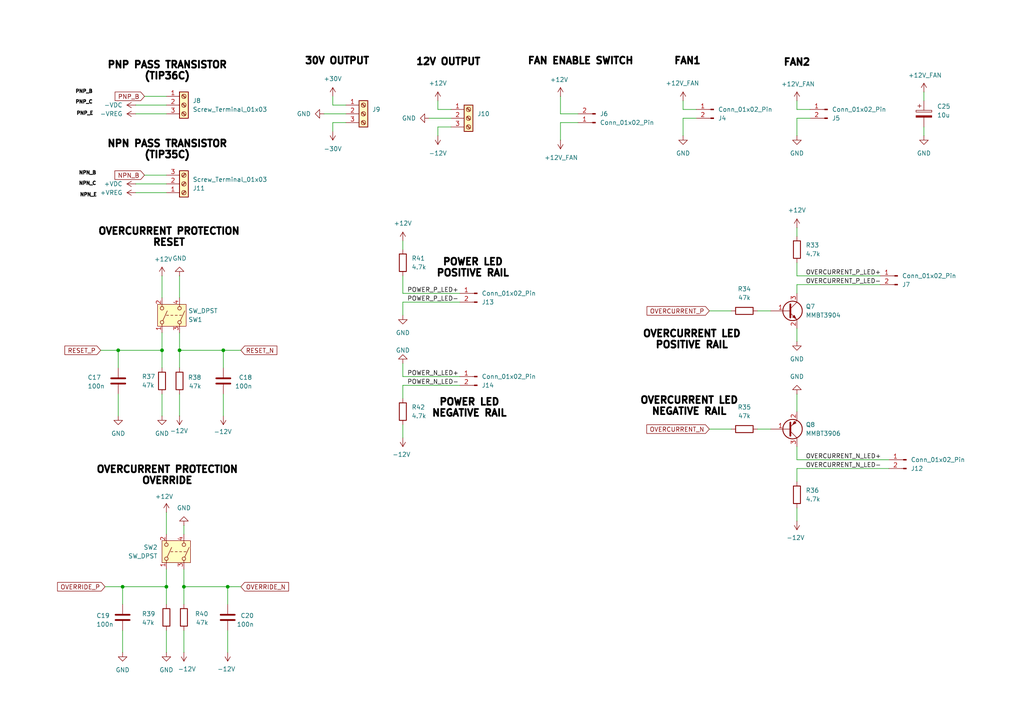
<source format=kicad_sch>
(kicad_sch (version 20231120) (generator "eeschema") (generator_version "8.0")
  (paper "A4")
  (title_block (title "Input output - 1"))
  (lib_symbols
    (symbol "Connector:Conn_01x02_Pin" (pin_names (offset 1.016) hide)
      (property "Reference" "J" (at 0 2.54 0))
      (property "Value" "Conn_01x02_Pin" (at 0 -5.08 0))
      (symbol "Conn_01x02_Pin_1_1"
        (polyline (pts (xy 1.27 -2.54) (xy 0.8636 -2.54)) (stroke (width 0.1524)))
        (polyline (pts (xy 1.27 0) (xy 0.8636 0)) (stroke (width 0.1524)))
        (rectangle (start 0.8636 -2.413) (end 0 -2.667) (stroke (width 0.1524)) (fill (type outline)))
        (rectangle (start 0.8636 0.127) (end 0 -0.127) (stroke (width 0.1524)) (fill (type outline)))
        (pin passive line (at 5.08 0 180) (length 3.81) (name "Pin_1") (number "1"))
        (pin passive line (at 5.08 -2.54 180) (length 3.81) (name "Pin_2") (number "2"))
      )
    )
    (symbol "Connector:Screw_Terminal_01x03" (pin_names (offset 1.016) hide)
      (property "Reference" "J" (at 0 5.08 0))
      (property "Value" "Screw_Terminal_01x03" (at 0 -5.08 0))
      (symbol "Screw_Terminal_01x03_1_1"
        (rectangle (start -1.27 3.81) (end 1.27 -3.81) (stroke (width 0.254)) (fill (type background)))
        (circle (center 0 -2.54) (radius 0.635) (stroke (width 0.1524)))
        (polyline (pts (xy -0.5334 -2.2098) (xy 0.3302 -3.048)) (stroke (width 0.1524)))
        (polyline (pts (xy -0.5334 0.3302) (xy 0.3302 -0.508)) (stroke (width 0.1524)))
        (polyline (pts (xy -0.5334 2.8702) (xy 0.3302 2.032)) (stroke (width 0.1524)))
        (polyline (pts (xy -0.3556 -2.032) (xy 0.508 -2.8702)) (stroke (width 0.1524)))
        (polyline (pts (xy -0.3556 0.508) (xy 0.508 -0.3302)) (stroke (width 0.1524)))
        (polyline (pts (xy -0.3556 3.048) (xy 0.508 2.2098)) (stroke (width 0.1524)))
        (circle (center 0 0) (radius 0.635) (stroke (width 0.1524)))
        (circle (center 0 2.54) (radius 0.635) (stroke (width 0.1524)))
        (pin passive line (at -5.08 2.54 0) (length 3.81) (name "Pin_1") (number "1"))
        (pin passive line (at -5.08 0 0) (length 3.81) (name "Pin_2") (number "2"))
        (pin passive line (at -5.08 -2.54 0) (length 3.81) (name "Pin_3") (number "3"))
      )
    )
    (symbol "Device:C" (pin_numbers hide) (pin_names (offset 0.254))
      (property "Reference" "C" (at 0.635 2.54 0))
      (property "Value" "C" (at 0.635 -2.54 0))
      (symbol "C_0_1"
        (polyline (pts (xy -2.032 -0.762) (xy 2.032 -0.762)) (stroke (width 0.508)))
        (polyline (pts (xy -2.032 0.762) (xy 2.032 0.762)) (stroke (width 0.508)))
      )
      (symbol "C_1_1"
        (pin passive line (at 0 3.81 270) (length 2.794) (name "~") (number "1"))
        (pin passive line (at 0 -3.81 90) (length 2.794) (name "~") (number "2"))
      )
    )
    (symbol "Device:C_Polarized" (pin_numbers hide) (pin_names (offset 0.254))
      (property "Reference" "C" (at 0.635 2.54 0))
      (property "Value" "C_Polarized" (at 0.635 -2.54 0))
      (symbol "C_Polarized_0_1"
        (rectangle (start -2.286 0.508) (end 2.286 1.016))
        (polyline (pts (xy -1.778 2.286) (xy -0.762 2.286)))
        (polyline (pts (xy -1.27 2.794) (xy -1.27 1.778)))
        (rectangle (start 2.286 -0.508) (end -2.286 -1.016) (fill (type outline)))
      )
      (symbol "C_Polarized_1_1"
        (pin passive line (at 0 3.81 270) (length 2.794) (name "~") (number "1"))
        (pin passive line (at 0 -3.81 90) (length 2.794) (name "~") (number "2"))
      )
    )
    (symbol "Device:R" (pin_numbers hide) (pin_names (offset 0))
      (property "Reference" "R" (at 2.032 0 90))
      (property "Value" "R" (at 0 0 90))
      (symbol "R_0_1"
        (rectangle (start -1.016 -2.54) (end 1.016 2.54) (stroke (width 0.254)))
      )
      (symbol "R_1_1"
        (pin passive line (at 0 3.81 270) (length 1.27) (name "~") (number "1"))
        (pin passive line (at 0 -3.81 90) (length 1.27) (name "~") (number "2"))
      )
    )
    (symbol "Switch:SW_DPST" (pin_names (offset 0) hide)
      (property "Reference" "SW" (at 0 6.35 0))
      (property "Value" "SW_DPST" (at 0 -5.08 0))
      (symbol "SW_DPST_0_0"
        (circle (center -2.032 -2.54) (radius 0.508))
        (circle (center -2.032 2.54) (radius 0.508))
        (polyline (pts (xy -1.524 -2.286) (xy 1.27 -1.016)))
        (polyline (pts (xy -1.524 2.794) (xy 1.27 4.064)))
        (polyline (pts (xy 0 -1.27) (xy 0 -0.635)))
        (polyline (pts (xy 0 0) (xy 0 0.635)))
        (polyline (pts (xy 0 1.27) (xy 0 1.905)))
        (polyline (pts (xy 0 2.54) (xy 0 3.175)))
        (circle (center 2.032 -2.54) (radius 0.508))
        (circle (center 2.032 2.54) (radius 0.508))
      )
      (symbol "SW_DPST_1_1"
        (rectangle (start -3.175 4.445) (end 3.175 -3.81) (fill (type background)))
        (pin passive line (at -5.08 -2.54 0) (length 2.54) (name "1") (number "1"))
        (pin passive line (at 5.08 -2.54 180) (length 2.54) (name "2") (number "2"))
        (pin passive line (at -5.08 2.54 0) (length 2.54) (name "3") (number "3"))
        (pin passive line (at 5.08 2.54 180) (length 2.54) (name "4") (number "4"))
      )
    )
    (symbol "Transistor_BJT:MMBT3904" (pin_names (offset 0) hide)
      (property "Reference" "Q" (at 5.08 1.905 0))
      (property "Value" "MMBT3904" (at 5.08 0 0))
      (symbol "MMBT3904_0_1"
        (polyline (pts (xy 0.635 0.635) (xy 2.54 2.54)))
        (polyline (pts (xy 0.635 -0.635) (xy 2.54 -2.54) (xy 2.54 -2.54)))
        (polyline (pts (xy 0.635 1.905) (xy 0.635 -1.905) (xy 0.635 -1.905)) (stroke (width 0.508)))
        (polyline (pts (xy 1.27 -1.778) (xy 1.778 -1.27) (xy 2.286 -2.286) (xy 1.27 -1.778) (xy 1.27 -1.778)) (fill (type outline)))
        (circle (center 1.27 0) (radius 2.8194) (stroke (width 0.254)))
      )
      (symbol "MMBT3904_1_1"
        (pin input line (at -5.08 0 0) (length 5.715) (name "B") (number "1"))
        (pin passive line (at 2.54 -5.08 90) (length 2.54) (name "E") (number "2"))
        (pin passive line (at 2.54 5.08 270) (length 2.54) (name "C") (number "3"))
      )
    )
    (symbol "Transistor_BJT:MMBT3906" (pin_names (offset 0) hide)
      (property "Reference" "Q" (at 5.08 1.905 0))
      (property "Value" "MMBT3906" (at 5.08 0 0))
      (symbol "MMBT3906_0_1"
        (polyline (pts (xy 0.635 0.635) (xy 2.54 2.54)))
        (polyline (pts (xy 0.635 -0.635) (xy 2.54 -2.54) (xy 2.54 -2.54)))
        (polyline (pts (xy 0.635 1.905) (xy 0.635 -1.905) (xy 0.635 -1.905)) (stroke (width 0.508)))
        (polyline (pts (xy 2.286 -1.778) (xy 1.778 -2.286) (xy 1.27 -1.27) (xy 2.286 -1.778) (xy 2.286 -1.778)) (fill (type outline)))
        (circle (center 1.27 0) (radius 2.8194) (stroke (width 0.254)))
      )
      (symbol "MMBT3906_1_1"
        (pin input line (at -5.08 0 0) (length 5.715) (name "B") (number "1"))
        (pin passive line (at 2.54 -5.08 90) (length 2.54) (name "E") (number "2"))
        (pin passive line (at 2.54 5.08 270) (length 2.54) (name "C") (number "3"))
      )
    )
    (symbol "power:+12L" (power) (pin_numbers hide) (pin_names (offset 0) hide)
      (property "Value" "+12L" (at 0 3.556 0))
      (symbol "+12L_0_1"
        (polyline (pts (xy -0.762 1.27) (xy 0 2.54)))
        (polyline (pts (xy 0 0) (xy 0 2.54)))
        (polyline (pts (xy 0 2.54) (xy 0.762 1.27)))
      )
      (symbol "+12L_1_1"
        (pin power_in line (at 0 0 90) (length 0) (name "~") (number "1"))
      )
    )
    (symbol "power:GND" (power) (pin_numbers hide) (pin_names (offset 0) hide)
      (property "Value" "GND" (at 0 -3.81 0))
      (symbol "GND_0_1"
        (polyline (pts (xy 0 0) (xy 0 -1.27) (xy 1.27 -1.27) (xy 0 -2.54) (xy -1.27 -1.27) (xy 0 -1.27)))
      )
      (symbol "GND_1_1"
        (pin power_in line (at 0 0 270) (length 0) (name "~") (number "1"))
      )
    )
  )
  (junction (at 66.04 170.18))
  (junction (at 53.34 170.18))
  (junction (at 34.29 101.6))
  (junction (at 46.99 101.6))
  (junction (at 35.56 170.18))
  (junction (at 52.07 101.6))
  (junction (at 48.26 170.18))
  (junction (at 64.77 101.6))
  (wire (pts (xy 100.33 35.56) (xy 96.52 35.56)))
  (wire (pts (xy 53.34 165.1) (xy 53.34 170.18)))
  (wire (pts (xy 46.99 96.52) (xy 46.99 101.6)))
  (wire (pts (xy 64.77 101.6) (xy 52.07 101.6)))
  (wire (pts (xy 48.26 148.59) (xy 48.26 154.94)))
  (wire (pts (xy 34.29 101.6) (xy 29.21 101.6)))
  (wire (pts (xy 52.07 114.3) (xy 52.07 120.65)))
  (wire (pts (xy 219.71 90.17) (xy 223.52 90.17)))
  (wire (pts (xy 116.84 80.01) (xy 116.84 85.09)))
  (wire (pts (xy 64.77 106.68) (xy 64.77 101.6)))
  (wire (pts (xy 127 36.83) (xy 127 39.37)))
  (wire (pts (xy 116.84 87.63) (xy 133.35 87.63)))
  (wire (pts (xy 116.84 91.44) (xy 116.84 87.63)))
  (wire (pts (xy 219.71 124.46) (xy 223.52 124.46)))
  (wire (pts (xy 66.04 170.18) (xy 69.85 170.18)))
  (wire (pts (xy 96.52 35.56) (xy 96.52 38.1)))
  (wire (pts (xy 234.95 34.29) (xy 231.14 34.29)))
  (wire (pts (xy 48.26 170.18) (xy 48.26 175.26)))
  (wire (pts (xy 116.84 109.22) (xy 133.35 109.22)))
  (wire (pts (xy 116.84 69.85) (xy 116.84 72.39)))
  (wire (pts (xy 205.74 124.46) (xy 212.09 124.46)))
  (wire (pts (xy 130.81 36.83) (xy 127 36.83)))
  (wire (pts (xy 93.98 33.02) (xy 100.33 33.02)))
  (wire (pts (xy 39.37 53.34) (xy 48.26 53.34)))
  (wire (pts (xy 231.14 66.04) (xy 231.14 68.58)))
  (wire (pts (xy 162.56 33.02) (xy 167.64 33.02)))
  (wire (pts (xy 257.81 135.89) (xy 231.14 135.89)))
  (wire (pts (xy 35.56 175.26) (xy 35.56 170.18)))
  (wire (pts (xy 48.26 165.1) (xy 48.26 170.18)))
  (wire (pts (xy 127 29.21) (xy 127 31.75)))
  (wire (pts (xy 34.29 106.68) (xy 34.29 101.6)))
  (wire (pts (xy 257.81 133.35) (xy 231.14 133.35)))
  (wire (pts (xy 66.04 175.26) (xy 66.04 170.18)))
  (wire (pts (xy 39.37 55.88) (xy 48.26 55.88)))
  (wire (pts (xy 41.91 27.94) (xy 48.26 27.94)))
  (wire (pts (xy 231.14 82.55) (xy 231.14 85.09)))
  (wire (pts (xy 198.12 29.21) (xy 198.12 31.75)))
  (wire (pts (xy 267.97 26.67) (xy 267.97 29.21)))
  (wire (pts (xy 52.07 101.6) (xy 52.07 106.68)))
  (wire (pts (xy 35.56 170.18) (xy 48.26 170.18)))
  (wire (pts (xy 162.56 40.64) (xy 162.56 35.56)))
  (wire (pts (xy 267.97 36.83) (xy 267.97 39.37)))
  (wire (pts (xy 39.37 33.02) (xy 48.26 33.02)))
  (wire (pts (xy 116.84 123.19) (xy 116.84 127)))
  (wire (pts (xy 46.99 101.6) (xy 46.99 106.68)))
  (wire (pts (xy 231.14 31.75) (xy 234.95 31.75)))
  (wire (pts (xy 255.27 82.55) (xy 231.14 82.55)))
  (wire (pts (xy 53.34 170.18) (xy 53.34 175.26)))
  (wire (pts (xy 124.46 34.29) (xy 130.81 34.29)))
  (wire (pts (xy 231.14 133.35) (xy 231.14 129.54)))
  (wire (pts (xy 53.34 170.18) (xy 66.04 170.18)))
  (wire (pts (xy 127 31.75) (xy 130.81 31.75)))
  (wire (pts (xy 205.74 90.17) (xy 212.09 90.17)))
  (wire (pts (xy 231.14 114.3) (xy 231.14 119.38)))
  (wire (pts (xy 46.99 80.01) (xy 46.99 86.36)))
  (wire (pts (xy 231.14 80.01) (xy 231.14 76.2)))
  (wire (pts (xy 116.84 111.76) (xy 116.84 115.57)))
  (wire (pts (xy 64.77 114.3) (xy 64.77 120.65)))
  (wire (pts (xy 231.14 147.32) (xy 231.14 151.13)))
  (wire (pts (xy 116.84 105.41) (xy 116.84 109.22)))
  (wire (pts (xy 231.14 34.29) (xy 231.14 39.37)))
  (wire (pts (xy 255.27 80.01) (xy 231.14 80.01)))
  (wire (pts (xy 116.84 85.09) (xy 133.35 85.09)))
  (wire (pts (xy 46.99 114.3) (xy 46.99 120.65)))
  (wire (pts (xy 52.07 80.01) (xy 52.07 86.36)))
  (wire (pts (xy 231.14 29.21) (xy 231.14 31.75)))
  (wire (pts (xy 96.52 27.94) (xy 96.52 30.48)))
  (wire (pts (xy 64.77 101.6) (xy 69.85 101.6)))
  (wire (pts (xy 39.37 30.48) (xy 48.26 30.48)))
  (wire (pts (xy 201.93 34.29) (xy 198.12 34.29)))
  (wire (pts (xy 162.56 27.94) (xy 162.56 33.02)))
  (wire (pts (xy 53.34 182.88) (xy 53.34 189.23)))
  (wire (pts (xy 133.35 111.76) (xy 116.84 111.76)))
  (wire (pts (xy 231.14 135.89) (xy 231.14 139.7)))
  (wire (pts (xy 53.34 152.4) (xy 53.34 154.94)))
  (wire (pts (xy 35.56 182.88) (xy 35.56 189.23)))
  (wire (pts (xy 198.12 34.29) (xy 198.12 39.37)))
  (wire (pts (xy 41.91 50.8) (xy 48.26 50.8)))
  (wire (pts (xy 66.04 182.88) (xy 66.04 189.23)))
  (wire (pts (xy 231.14 95.25) (xy 231.14 99.06)))
  (wire (pts (xy 30.48 170.18) (xy 35.56 170.18)))
  (wire (pts (xy 34.29 101.6) (xy 46.99 101.6)))
  (wire (pts (xy 52.07 96.52) (xy 52.07 101.6)))
  (wire (pts (xy 96.52 30.48) (xy 100.33 30.48)))
  (wire (pts (xy 198.12 31.75) (xy 201.93 31.75)))
  (wire (pts (xy 34.29 114.3) (xy 34.29 120.65)))
  (wire (pts (xy 48.26 182.88) (xy 48.26 189.23)))
  (wire (pts (xy 162.56 35.56) (xy 167.64 35.56)))
  (text "OVERCURRENT LED\nNEGATIVE RAIL\n" (at 199.898 117.856 0) (effects (font (size 2 2) (thickness 0.6) (bold yes))))
  (text "FAN2\n\n" (at 231.14 19.812 0) (effects (font (size 2 2) (thickness 0.6) (bold yes))))
  (text "NPN_C\n" (at 25.4 53.34 0) (effects (font (size 1 1) (thickness 0.6) (bold yes))))
  (text "PNP PASS TRANSISTOR\n(TIP36C)" (at 48.514 20.574 0) (effects (font (size 2 2) (thickness 0.6) (bold yes))))
  (text "FAN ENABLE SWITCH\n" (at 168.402 17.78 0) (effects (font (size 2 2) (thickness 0.6) (bold yes))))
  (text "30V OUTPUT\n" (at 97.79 17.78 0) (effects (font (size 2 2) (thickness 0.6) (bold yes))))
  (text "PNP_C\n" (at 24.384 29.718 0) (effects (font (size 1 1) (thickness 0.6) (bold yes))))
  (text "POWER LED\nNEGATIVE RAIL\n" (at 136.144 118.364 0) (effects (font (size 2 2) (thickness 0.6) (bold yes))))
  (text "OVERCURRENT PROTECTION\nRESET" (at 49.022 68.834 0) (effects (font (size 2 2) (thickness 0.6) (bold yes))))
  (text "POWER LED\nPOSITIVE RAIL\n" (at 137.16 77.724 0) (effects (font (size 2 2) (thickness 0.6) (bold yes))))
  (text "12V OUTPUT\n" (at 130.048 18.034 0) (effects (font (size 2 2) (thickness 0.6) (bold yes))))
  (text "NPN PASS TRANSISTOR\n(TIP35C)" (at 48.514 43.434 0) (effects (font (size 2 2) (thickness 0.6) (bold yes))))
  (text "OVERCURRENT PROTECTION\nOVERRIDE" (at 48.514 137.922 0) (effects (font (size 2 2) (thickness 0.6) (bold yes))))
  (text "PNP_E\n" (at 24.638 33.02 0) (effects (font (size 1 1) (thickness 0.6) (bold yes))))
  (text "PNP_B\n" (at 24.384 26.67 0) (effects (font (size 1 1) (thickness 0.6) (bold yes))))
  (text "OVERCURRENT LED\nPOSITIVE RAIL\n" (at 200.66 98.552 0) (effects (font (size 2 2) (thickness 0.6) (bold yes))))
  (text "FAN1\n" (at 199.39 17.78 0) (effects (font (size 2 2) (thickness 0.6) (bold yes))))
  (text "NPN_E\n" (at 25.654 56.642 0) (effects (font (size 1 1) (thickness 0.6) (bold yes))))
  (text "NPN_B\n" (at 25.4 50.292 0) (effects (font (size 1 1) (thickness 0.6) (bold yes))))
  (label "POWER_P_LED-" (at 118.11 87.63 0))
  (label "OVERCURRENT_N_LED+" (at 233.68 133.35 0))
  (label "POWER_N_LED-" (at 118.11 111.76 0))
  (label "OVERCURRENT_P_LED-" (at 233.68 82.55 0))
  (label "OVERCURRENT_P_LED+" (at 233.68 80.01 0))
  (label "POWER_N_LED+" (at 118.11 109.22 0))
  (label "POWER_P_LED+" (at 118.11 85.09 0))
  (label "OVERCURRENT_N_LED-" (at 233.68 135.89 0))
  (global_label "RESET_P" (shape input) (at 29.21 101.6 180) (property "Intersheetrefs" "${INTERSHEET_REFS}" (effects (hide yes))))
  (global_label "OVERCURRENT_N" (shape input) (at 205.74 124.46 180) (property "Intersheetrefs" "${INTERSHEET_REFS}" (effects (hide yes))))
  (global_label "RESET_N" (shape input) (at 69.85 101.6 0) (property "Intersheetrefs" "${INTERSHEET_REFS}" (effects (hide yes))))
  (global_label "OVERRIDE_N" (shape input) (at 69.85 170.18 0) (property "Intersheetrefs" "${INTERSHEET_REFS}" (effects (hide yes))))
  (global_label "OVERCURRENT_P" (shape input) (at 205.74 90.17 180) (property "Intersheetrefs" "${INTERSHEET_REFS}" (effects (hide yes))))
  (global_label "NPN_B" (shape input) (at 41.91 50.8 180) (property "Intersheetrefs" "${INTERSHEET_REFS}" (effects (hide yes))))
  (global_label "OVERRIDE_P" (shape input) (at 30.48 170.18 180) (property "Intersheetrefs" "${INTERSHEET_REFS}" (effects (hide yes))))
  (global_label "PNP_B" (shape input) (at 41.91 27.94 180) (property "Intersheetrefs" "${INTERSHEET_REFS}" (effects (hide yes))))
  (symbol (lib_id "Device:C_Polarized") (at 267.97 33.02 0) (unit 1)
    (property "Reference" "C25" (at 271.78 30.8609 0) (effects (justify left)))
    (property "Value" "10u" (at 271.78 33.4009 0) (effects (justify left)))
    (property "Footprint" "Capacitor_THT:CP_Radial_D4.0mm_P2.00mm" (effects (hide yes)))
    (property "Description" "Polarized capacitor" (effects (hide yes)))
  )
  (symbol (lib_id "Device:C") (at 64.77 110.49 0) (mirror y) (unit 1)
    (property "Reference" "C18" (at 73.152 109.474 0) (effects (justify left)))
    (property "Value" "100n" (at 73.152 112.014 0) (effects (justify left)))
    (property "Footprint" "Capacitor_THT:C_Rect_L7.0mm_W2.5mm_P5.00mm" (effects (hide yes)))
    (property "Description" "Unpolarized capacitor" (effects (hide yes)))
  )
  (symbol (lib_id "Connector:Conn_01x02_Pin") (at 240.03 31.75 0) (mirror y) (unit 1)
    (property "Reference" "J5" (at 241.3 34.2901 0) (effects (justify right)))
    (property "Value" "Conn_01x02_Pin" (at 241.3 31.7501 0) (effects (justify right)))
    (property "Footprint" "Connector_JST:JST_XH_B2B-XH-A_1x02_P2.50mm_Vertical" (effects (hide yes)))
    (property "Description" "Generic connector, single row, 01x02, script generated" (effects (hide yes)))
  )
  (symbol (lib_id "power:+12L") (at 48.26 148.59 0) (unit 1)
    (property "Reference" "#PWR050" (effects (hide yes)))
    (property "Value" "+12V" (at 44.958 144.018 0) (effects (justify left)))
    (property "Description" "Power symbol creates a global label with name \"+12L\"" (effects (hide yes)))
  )
  (symbol (lib_id "Device:R") (at 116.84 119.38 0) (unit 1)
    (property "Reference" "R42" (at 119.38 118.1099 0) (effects (justify left)))
    (property "Value" "4.7k" (at 119.38 120.6499 0) (effects (justify left)))
    (property "Footprint" "Resistor_THT:R_Axial_DIN0207_L6.3mm_D2.5mm_P10.16mm_Horizontal" (effects (hide yes)))
    (property "Description" "Resistor" (effects (hide yes)))
  )
  (symbol (lib_id "Connector:Screw_Terminal_01x03") (at 53.34 30.48 0) (unit 1)
    (property "Reference" "J8" (at 55.88 29.2099 0) (effects (justify left)))
    (property "Value" "Screw_Terminal_01x03" (at 55.88 31.7499 0) (effects (justify left)))
    (property "Footprint" "TerminalBlock_Phoenix:TerminalBlock_Phoenix_MKDS-1,5-3-5.08_1x03_P5.08mm_Horizontal" (effects (hide yes)))
    (property "Description" "Generic screw terminal, single row, 01x03, script generated (kicad-library-utils/schlib/autogen/connector/)" (effects (hide yes)))
  )
  (symbol (lib_id "Device:R") (at 53.34 179.07 0) (mirror y) (unit 1)
    (property "Reference" "R40" (at 60.452 178.054 0) (effects (justify left)))
    (property "Value" "47k" (at 60.452 180.594 0) (effects (justify left)))
    (property "Footprint" "Resistor_THT:R_Axial_DIN0207_L6.3mm_D2.5mm_P10.16mm_Horizontal" (effects (hide yes)))
    (property "Description" "Resistor" (effects (hide yes)))
  )
  (symbol (lib_id "power:+12L") (at 231.14 66.04 0) (unit 1)
    (property "Reference" "#PWR038" (effects (hide yes)))
    (property "Value" "+12V" (at 231.14 60.96 0))
    (property "Description" "Power symbol creates a global label with name \"+12L\"" (effects (hide yes)))
  )
  (symbol (lib_id "Device:C") (at 34.29 110.49 0) (unit 1)
    (property "Reference" "C17" (at 25.4 109.474 0) (effects (justify left)))
    (property "Value" "100n" (at 25.4 112.014 0) (effects (justify left)))
    (property "Footprint" "Capacitor_THT:C_Rect_L7.0mm_W2.5mm_P5.00mm" (effects (hide yes)))
    (property "Description" "Unpolarized capacitor" (effects (hide yes)))
  )
  (symbol (lib_id "Connector:Conn_01x02_Pin") (at 262.89 133.35 0) (mirror y) (unit 1)
    (property "Reference" "J12" (at 264.16 135.8901 0) (effects (justify right)))
    (property "Value" "Conn_01x02_Pin" (at 264.16 133.3501 0) (effects (justify right)))
    (property "Footprint" "Connector_JST:JST_XH_B2B-XH-A_1x02_P2.50mm_Vertical" (effects (hide yes)))
    (property "Description" "Generic connector, single row, 01x02, script generated" (effects (hide yes)))
  )
  (symbol (lib_id "power:+12L") (at 39.37 53.34 90) (unit 1)
    (property "Reference" "#PWR065" (effects (hide yes)))
    (property "Value" "+VDC" (at 35.56 53.3399 90) (effects (justify left)))
    (property "Description" "Power symbol creates a global label with name \"+12L\"" (effects (hide yes)))
  )
  (symbol (lib_id "power:GND") (at 231.14 39.37 0) (unit 1)
    (property "Reference" "#PWR036" (effects (hide yes)))
    (property "Value" "GND" (at 231.14 44.45 0))
    (property "Description" "Power symbol creates a global label with name \"GND\" , ground" (effects (hide yes)))
  )
  (symbol (lib_id "power:GND") (at 46.99 120.65 0) (unit 1)
    (property "Reference" "#PWR053" (effects (hide yes)))
    (property "Value" "GND" (at 46.99 125.73 0))
    (property "Description" "Power symbol creates a global label with name \"GND\" , ground" (effects (hide yes)))
  )
  (symbol (lib_id "Device:R") (at 46.99 110.49 0) (unit 1)
    (property "Reference" "R37" (at 41.148 109.22 0) (effects (justify left)))
    (property "Value" "47k" (at 41.148 111.76 0) (effects (justify left)))
    (property "Footprint" "Resistor_THT:R_Axial_DIN0207_L6.3mm_D2.5mm_P10.16mm_Horizontal" (effects (hide yes)))
    (property "Description" "Resistor" (effects (hide yes)))
  )
  (symbol (lib_id "Device:R") (at 215.9 124.46 90) (unit 1)
    (property "Reference" "R35" (at 215.9 118.11 90))
    (property "Value" "47k" (at 215.9 120.65 90))
    (property "Footprint" "Resistor_THT:R_Axial_DIN0207_L6.3mm_D2.5mm_P10.16mm_Horizontal" (effects (hide yes)))
    (property "Description" "Resistor" (effects (hide yes)))
  )
  (symbol (lib_id "power:+12L") (at 116.84 69.85 0) (unit 1)
    (property "Reference" "#PWR060" (effects (hide yes)))
    (property "Value" "+12V" (at 116.84 64.77 0))
    (property "Description" "Power symbol creates a global label with name \"+12L\"" (effects (hide yes)))
  )
  (symbol (lib_id "power:+12L") (at 39.37 55.88 90) (unit 1)
    (property "Reference" "#PWR066" (effects (hide yes)))
    (property "Value" "+VREG" (at 35.56 55.8799 90) (effects (justify left)))
    (property "Description" "Power symbol creates a global label with name \"+12L\"" (effects (hide yes)))
  )
  (symbol (lib_id "power:GND") (at 267.97 39.37 0) (unit 1)
    (property "Reference" "#PWR069" (effects (hide yes)))
    (property "Value" "GND" (at 267.97 44.45 0))
    (property "Description" "Power symbol creates a global label with name \"GND\" , ground" (effects (hide yes)))
  )
  (symbol (lib_id "Connector:Conn_01x02_Pin") (at 172.72 35.56 180) (unit 1)
    (property "Reference" "J6" (at 173.99 33.0199 0) (effects (justify right)))
    (property "Value" "Conn_01x02_Pin" (at 173.99 35.5599 0) (effects (justify right)))
    (property "Footprint" "Connector_JST:JST_XH_B2B-XH-A_1x02_P2.50mm_Vertical" (effects (hide yes)))
    (property "Description" "Generic connector, single row, 01x02, script generated" (effects (hide yes)))
  )
  (symbol (lib_id "power:+12L") (at 267.97 26.67 0) (unit 1)
    (property "Reference" "#PWR068" (effects (hide yes)))
    (property "Value" "+12V_FAN" (at 263.398 21.844 0) (effects (justify left)))
    (property "Description" "Power symbol creates a global label with name \"+12L\"" (effects (hide yes)))
  )
  (symbol (lib_id "power:GND") (at 48.26 189.23 0) (unit 1)
    (property "Reference" "#PWR057" (effects (hide yes)))
    (property "Value" "GND" (at 48.26 194.31 0))
    (property "Description" "Power symbol creates a global label with name \"GND\" , ground" (effects (hide yes)))
  )
  (symbol (lib_id "power:+12L") (at 39.37 30.48 90) (unit 1)
    (property "Reference" "#PWR064" (effects (hide yes)))
    (property "Value" "-VDC" (at 35.56 30.4799 90) (effects (justify left)))
    (property "Description" "Power symbol creates a global label with name \"+12L\"" (effects (hide yes)))
  )
  (symbol (lib_id "Connector:Screw_Terminal_01x03") (at 105.41 33.02 0) (unit 1)
    (property "Reference" "J9" (at 107.95 31.7499 0) (effects (justify left)))
    (property "Value" "Screw_Terminal_01x03" (effects (hide yes)))
    (property "Footprint" "TerminalBlock_Phoenix:TerminalBlock_Phoenix_MKDS-1,5-3-5.08_1x03_P5.08mm_Horizontal" (effects (hide yes)))
    (property "Description" "Generic screw terminal, single row, 01x03, script generated (kicad-library-utils/schlib/autogen/connector/)" (effects (hide yes)))
  )
  (symbol (lib_id "power:GND") (at 124.46 34.29 270) (unit 1)
    (property "Reference" "#PWR043" (effects (hide yes)))
    (property "Value" "GND" (at 120.65 34.2899 90) (effects (justify right)))
    (property "Description" "Power symbol creates a global label with name \"GND\" , ground" (effects (hide yes)))
  )
  (symbol (lib_id "Connector:Conn_01x02_Pin") (at 138.43 109.22 0) (mirror y) (unit 1)
    (property "Reference" "J14" (at 139.7 111.7601 0) (effects (justify right)))
    (property "Value" "Conn_01x02_Pin" (at 139.7 109.2201 0) (effects (justify right)))
    (property "Footprint" "Connector_JST:JST_XH_B2B-XH-A_1x02_P2.50mm_Vertical" (effects (hide yes)))
    (property "Description" "Generic connector, single row, 01x02, script generated" (effects (hide yes)))
  )
  (symbol (lib_id "power:GND") (at 231.14 114.3 180) (unit 1)
    (property "Reference" "#PWR046" (effects (hide yes)))
    (property "Value" "GND" (at 231.14 109.22 0))
    (property "Description" "Power symbol creates a global label with name \"GND\" , ground" (effects (hide yes)))
  )
  (symbol (lib_id "Device:R") (at 215.9 90.17 90) (unit 1)
    (property "Reference" "R34" (at 215.9 83.82 90))
    (property "Value" "47k" (at 215.9 86.36 90))
    (property "Footprint" "Resistor_THT:R_Axial_DIN0207_L6.3mm_D2.5mm_P10.16mm_Horizontal" (effects (hide yes)))
    (property "Description" "Resistor" (effects (hide yes)))
  )
  (symbol (lib_id "Device:R") (at 231.14 143.51 0) (unit 1)
    (property "Reference" "R36" (at 233.68 142.2399 0) (effects (justify left)))
    (property "Value" "4.7k" (at 233.68 144.7799 0) (effects (justify left)))
    (property "Footprint" "Resistor_THT:R_Axial_DIN0207_L6.3mm_D2.5mm_P10.16mm_Horizontal" (effects (hide yes)))
    (property "Description" "Resistor" (effects (hide yes)))
  )
  (symbol (lib_id "power:+12L") (at 66.04 189.23 180) (unit 1)
    (property "Reference" "#PWR059" (effects (hide yes)))
    (property "Value" "-12V" (at 62.992 194.056 0) (effects (justify right)))
    (property "Description" "Power symbol creates a global label with name \"+12L\"" (effects (hide yes)))
  )
  (symbol (lib_id "Connector:Conn_01x02_Pin") (at 207.01 31.75 0) (mirror y) (unit 1)
    (property "Reference" "J4" (at 208.28 34.2901 0) (effects (justify right)))
    (property "Value" "Conn_01x02_Pin" (at 208.28 31.7501 0) (effects (justify right)))
    (property "Footprint" "Connector_JST:JST_XH_B2B-XH-A_1x02_P2.50mm_Vertical" (effects (hide yes)))
    (property "Description" "Generic connector, single row, 01x02, script generated" (effects (hide yes)))
  )
  (symbol (lib_id "power:GND") (at 198.12 39.37 0) (unit 1)
    (property "Reference" "#PWR035" (effects (hide yes)))
    (property "Value" "GND" (at 198.12 44.45 0))
    (property "Description" "Power symbol creates a global label with name \"GND\" , ground" (effects (hide yes)))
  )
  (symbol (lib_id "Connector:Screw_Terminal_01x03") (at 135.89 34.29 0) (unit 1)
    (property "Reference" "J10" (at 138.43 33.0199 0) (effects (justify left)))
    (property "Value" "Screw_Terminal_01x03" (effects (hide yes)))
    (property "Footprint" "TerminalBlock_Phoenix:TerminalBlock_Phoenix_MKDS-1,5-3-5.08_1x03_P5.08mm_Horizontal" (effects (hide yes)))
    (property "Description" "Generic screw terminal, single row, 01x03, script generated (kicad-library-utils/schlib/autogen/connector/)" (effects (hide yes)))
  )
  (symbol (lib_id "power:+12L") (at 127 29.21 0) (unit 1)
    (property "Reference" "#PWR040" (effects (hide yes)))
    (property "Value" "+12V" (at 127 24.13 0))
    (property "Description" "Power symbol creates a global label with name \"+12L\"" (effects (hide yes)))
  )
  (symbol (lib_id "Device:C") (at 35.56 179.07 0) (unit 1)
    (property "Reference" "C19" (at 27.94 178.562 0) (effects (justify left)))
    (property "Value" "100n" (at 27.94 181.102 0) (effects (justify left)))
    (property "Footprint" "Capacitor_THT:C_Rect_L7.0mm_W2.5mm_P5.00mm" (effects (hide yes)))
    (property "Description" "Unpolarized capacitor" (effects (hide yes)))
  )
  (symbol (lib_id "power:+12L") (at 52.07 120.65 180) (unit 1)
    (property "Reference" "#PWR054" (effects (hide yes)))
    (property "Value" "-12V" (at 49.276 124.968 0) (effects (justify right)))
    (property "Description" "Power symbol creates a global label with name \"+12L\"" (effects (hide yes)))
  )
  (symbol (lib_id "power:+12L") (at 198.12 29.21 0) (unit 1)
    (property "Reference" "#PWR033" (effects (hide yes)))
    (property "Value" "+12V_FAN" (at 193.04 24.13 0) (effects (justify left)))
    (property "Description" "Power symbol creates a global label with name \"+12L\"" (effects (hide yes)))
  )
  (symbol (lib_id "Device:R") (at 48.26 179.07 0) (unit 1)
    (property "Reference" "R39" (at 41.148 178.054 0) (effects (justify left)))
    (property "Value" "47k" (at 41.148 180.594 0) (effects (justify left)))
    (property "Footprint" "Resistor_THT:R_Axial_DIN0207_L6.3mm_D2.5mm_P10.16mm_Horizontal" (effects (hide yes)))
    (property "Description" "Resistor" (effects (hide yes)))
  )
  (symbol (lib_id "power:GND") (at 52.07 80.01 180) (unit 1)
    (property "Reference" "#PWR049" (effects (hide yes)))
    (property "Value" "GND" (at 52.07 74.93 0))
    (property "Description" "Power symbol creates a global label with name \"GND\" , ground" (effects (hide yes)))
  )
  (symbol (lib_id "Device:R") (at 231.14 72.39 0) (unit 1)
    (property "Reference" "R33" (at 233.68 71.1199 0) (effects (justify left)))
    (property "Value" "4.7k" (at 233.68 73.6599 0) (effects (justify left)))
    (property "Footprint" "Resistor_THT:R_Axial_DIN0207_L6.3mm_D2.5mm_P10.16mm_Horizontal" (effects (hide yes)))
    (property "Description" "Resistor" (effects (hide yes)))
  )
  (symbol (lib_id "power:+12L") (at 162.56 40.64 180) (unit 1)
    (property "Reference" "#PWR037" (effects (hide yes)))
    (property "Value" "+12V_FAN" (at 167.64 45.72 0) (effects (justify left)))
    (property "Description" "Power symbol creates a global label with name \"+12L\"" (effects (hide yes)))
  )
  (symbol (lib_id "power:GND") (at 231.14 99.06 0) (unit 1)
    (property "Reference" "#PWR041" (effects (hide yes)))
    (property "Value" "GND" (at 231.14 104.14 0))
    (property "Description" "Power symbol creates a global label with name \"GND\" , ground" (effects (hide yes)))
  )
  (symbol (lib_id "power:+12L") (at 53.34 189.23 180) (unit 1)
    (property "Reference" "#PWR058" (effects (hide yes)))
    (property "Value" "-12V" (at 51.562 194.056 0) (effects (justify right)))
    (property "Description" "Power symbol creates a global label with name \"+12L\"" (effects (hide yes)))
  )
  (symbol (lib_id "Device:R") (at 52.07 110.49 0) (mirror y) (unit 1)
    (property "Reference" "R38" (at 58.42 109.474 0) (effects (justify left)))
    (property "Value" "47k" (at 58.42 112.014 0) (effects (justify left)))
    (property "Footprint" "Resistor_THT:R_Axial_DIN0207_L6.3mm_D2.5mm_P10.16mm_Horizontal" (effects (hide yes)))
    (property "Description" "Resistor" (effects (hide yes)))
  )
  (symbol (lib_id "power:GND") (at 53.34 152.4 180) (unit 1)
    (property "Reference" "#PWR051" (effects (hide yes)))
    (property "Value" "GND" (at 53.34 147.32 0))
    (property "Description" "Power symbol creates a global label with name \"GND\" , ground" (effects (hide yes)))
  )
  (symbol (lib_id "Connector:Conn_01x02_Pin") (at 138.43 85.09 0) (mirror y) (unit 1)
    (property "Reference" "J13" (at 139.7 87.6301 0) (effects (justify right)))
    (property "Value" "Conn_01x02_Pin" (at 139.7 85.0901 0) (effects (justify right)))
    (property "Footprint" "Connector_JST:JST_XH_B2B-XH-A_1x02_P2.50mm_Vertical" (effects (hide yes)))
    (property "Description" "Generic connector, single row, 01x02, script generated" (effects (hide yes)))
  )
  (symbol (lib_id "power:+12L") (at 231.14 151.13 180) (unit 1)
    (property "Reference" "#PWR047" (effects (hide yes)))
    (property "Value" "-12V" (at 228.092 155.956 0) (effects (justify right)))
    (property "Description" "Power symbol creates a global label with name \"+12L\"" (effects (hide yes)))
  )
  (symbol (lib_id "Connector:Screw_Terminal_01x03") (at 53.34 53.34 0) (mirror x) (unit 1)
    (property "Reference" "J11" (at 55.88 54.6101 0) (effects (justify left)))
    (property "Value" "Screw_Terminal_01x03" (at 55.88 52.0701 0) (effects (justify left)))
    (property "Footprint" "TerminalBlock_Phoenix:TerminalBlock_Phoenix_MKDS-1,5-3-5.08_1x03_P5.08mm_Horizontal" (effects (hide yes)))
    (property "Description" "Generic screw terminal, single row, 01x03, script generated (kicad-library-utils/schlib/autogen/connector/)" (effects (hide yes)))
  )
  (symbol (lib_id "power:+12L") (at 96.52 27.94 0) (unit 1)
    (property "Reference" "#PWR039" (effects (hide yes)))
    (property "Value" "+30V" (at 96.52 22.86 0))
    (property "Description" "Power symbol creates a global label with name \"+12L\"" (effects (hide yes)))
  )
  (symbol (lib_id "power:GND") (at 34.29 120.65 0) (unit 1)
    (property "Reference" "#PWR052" (effects (hide yes)))
    (property "Value" "GND" (at 34.29 125.73 0))
    (property "Description" "Power symbol creates a global label with name \"GND\" , ground" (effects (hide yes)))
  )
  (symbol (lib_id "Switch:SW_DPST") (at 50.8 160.02 270) (mirror x) (unit 1)
    (property "Reference" "SW2" (at 45.72 158.7499 90) (effects (justify right)))
    (property "Value" "SW_DPST" (at 45.72 161.2899 90) (effects (justify right)))
    (property "Footprint" "Connector_JST:JST_XH_B4B-XH-A_1x04_P2.50mm_Vertical" (effects (hide yes)))
    (property "Description" "Double Pole Single Throw (DPST) Switch" (effects (hide yes)))
  )
  (symbol (lib_id "power:+12L") (at 231.14 29.21 0) (unit 1)
    (property "Reference" "#PWR034" (effects (hide yes)))
    (property "Value" "+12V_FAN" (at 226.568 24.384 0) (effects (justify left)))
    (property "Description" "Power symbol creates a global label with name \"+12L\"" (effects (hide yes)))
  )
  (symbol (lib_id "power:+12L") (at 46.99 80.01 0) (unit 1)
    (property "Reference" "#PWR048" (effects (hide yes)))
    (property "Value" "+12V" (at 44.704 75.184 0) (effects (justify left)))
    (property "Description" "Power symbol creates a global label with name \"+12L\"" (effects (hide yes)))
  )
  (symbol (lib_id "power:GND") (at 116.84 91.44 0) (unit 1)
    (property "Reference" "#PWR062" (effects (hide yes)))
    (property "Value" "GND" (at 116.84 96.52 0))
    (property "Description" "Power symbol creates a global label with name \"GND\" , ground" (effects (hide yes)))
  )
  (symbol (lib_id "Transistor_BJT:MMBT3906") (at 228.6 124.46 0) (mirror x) (unit 1)
    (property "Reference" "Q8" (at 233.68 123.1899 0) (effects (justify left)))
    (property "Value" "MMBT3906" (at 233.68 125.7299 0) (effects (justify left)))
    (property "Footprint" "Package_TO_SOT_SMD:SOT-23" (effects (hide yes)))
    (property "Datasheet" "https://www.onsemi.com/pdf/datasheet/pzt3906-d.pdf" (effects (hide yes)))
    (property "Description" "-0.2A Ic, -40V Vce, Small Signal PNP Transistor, SOT-23" (effects (hide yes)))
  )
  (symbol (lib_id "power:+12L") (at 162.56 27.94 0) (unit 1)
    (property "Reference" "#PWR032" (effects (hide yes)))
    (property "Value" "+12V" (at 159.512 23.114 0) (effects (justify left)))
    (property "Description" "Power symbol creates a global label with name \"+12L\"" (effects (hide yes)))
  )
  (symbol (lib_id "Device:R") (at 116.84 76.2 0) (unit 1)
    (property "Reference" "R41" (at 119.38 74.9299 0) (effects (justify left)))
    (property "Value" "4.7k" (at 119.38 77.4699 0) (effects (justify left)))
    (property "Footprint" "Resistor_THT:R_Axial_DIN0207_L6.3mm_D2.5mm_P10.16mm_Horizontal" (effects (hide yes)))
    (property "Description" "Resistor" (effects (hide yes)))
  )
  (symbol (lib_id "Connector:Conn_01x02_Pin") (at 260.35 80.01 0) (mirror y) (unit 1)
    (property "Reference" "J7" (at 261.62 82.5501 0) (effects (justify right)))
    (property "Value" "Conn_01x02_Pin" (at 261.62 80.0101 0) (effects (justify right)))
    (property "Footprint" "Connector_JST:JST_XH_B2B-XH-A_1x02_P2.50mm_Vertical" (effects (hide yes)))
    (property "Description" "Generic connector, single row, 01x02, script generated" (effects (hide yes)))
  )
  (symbol (lib_id "power:+12L") (at 64.77 120.65 180) (unit 1)
    (property "Reference" "#PWR055" (effects (hide yes)))
    (property "Value" "-12V" (at 61.976 125.222 0) (effects (justify right)))
    (property "Description" "Power symbol creates a global label with name \"+12L\"" (effects (hide yes)))
  )
  (symbol (lib_id "Device:C") (at 66.04 179.07 0) (mirror y) (unit 1)
    (property "Reference" "C20" (at 73.66 178.562 0) (effects (justify left)))
    (property "Value" "100n" (at 73.66 181.102 0) (effects (justify left)))
    (property "Footprint" "Capacitor_THT:C_Rect_L7.0mm_W2.5mm_P5.00mm" (effects (hide yes)))
    (property "Description" "Unpolarized capacitor" (effects (hide yes)))
  )
  (symbol (lib_id "power:+12L") (at 116.84 127 180) (unit 1)
    (property "Reference" "#PWR061" (effects (hide yes)))
    (property "Value" "-12V" (at 113.792 131.826 0) (effects (justify right)))
    (property "Description" "Power symbol creates a global label with name \"+12L\"" (effects (hide yes)))
  )
  (symbol (lib_id "power:GND") (at 116.84 105.41 180) (unit 1)
    (property "Reference" "#PWR063" (effects (hide yes)))
    (property "Value" "GND" (at 116.84 101.6 0))
    (property "Description" "Power symbol creates a global label with name \"GND\" , ground" (effects (hide yes)))
  )
  (symbol (lib_id "power:+12L") (at 127 39.37 180) (unit 1)
    (property "Reference" "#PWR045" (effects (hide yes)))
    (property "Value" "-12V" (at 127 44.45 0))
    (property "Description" "Power symbol creates a global label with name \"+12L\"" (effects (hide yes)))
  )
  (symbol (lib_id "power:GND") (at 35.56 189.23 0) (unit 1)
    (property "Reference" "#PWR056" (effects (hide yes)))
    (property "Value" "GND" (at 35.56 194.31 0))
    (property "Description" "Power symbol creates a global label with name \"GND\" , ground" (effects (hide yes)))
  )
  (symbol (lib_id "power:+12L") (at 39.37 33.02 90) (unit 1)
    (property "Reference" "#PWR067" (effects (hide yes)))
    (property "Value" "-VREG" (at 35.56 33.0199 90) (effects (justify left)))
    (property "Description" "Power symbol creates a global label with name \"+12L\"" (effects (hide yes)))
  )
  (symbol (lib_id "power:+12L") (at 96.52 38.1 180) (unit 1)
    (property "Reference" "#PWR044" (effects (hide yes)))
    (property "Value" "-30V" (at 96.52 43.18 0))
    (property "Description" "Power symbol creates a global label with name \"+12L\"" (effects (hide yes)))
  )
  (symbol (lib_id "Switch:SW_DPST") (at 49.53 91.44 270) (mirror x) (unit 1)
    (property "Reference" "SW1" (at 54.61 92.7101 90) (effects (justify left)))
    (property "Value" "SW_DPST" (at 54.61 90.1701 90) (effects (justify left)))
    (property "Footprint" "Connector_JST:JST_XH_B4B-XH-A_1x04_P2.50mm_Vertical" (effects (hide yes)))
    (property "Description" "Double Pole Single Throw (DPST) Switch" (effects (hide yes)))
  )
  (symbol (lib_id "power:GND") (at 93.98 33.02 270) (unit 1)
    (property "Reference" "#PWR042" (effects (hide yes)))
    (property "Value" "GND" (at 90.17 33.0199 90) (effects (justify right)))
    (property "Description" "Power symbol creates a global label with name \"GND\" , ground" (effects (hide yes)))
  )
  (symbol (lib_id "Transistor_BJT:MMBT3904") (at 228.6 90.17 0) (unit 1)
    (property "Reference" "Q7" (at 233.68 88.8999 0) (effects (justify left)))
    (property "Value" "MMBT3904" (at 233.68 91.4399 0) (effects (justify left)))
    (property "Footprint" "Package_TO_SOT_SMD:SOT-23" (effects (hide yes)))
    (property "Datasheet" "https://www.onsemi.com/pdf/datasheet/pzt3904-d.pdf" (effects (hide yes)))
    (property "Description" "0.2A Ic, 40V Vce, Small Signal NPN Transistor, SOT-23" (effects (hide yes)))
  )
)
</source>
